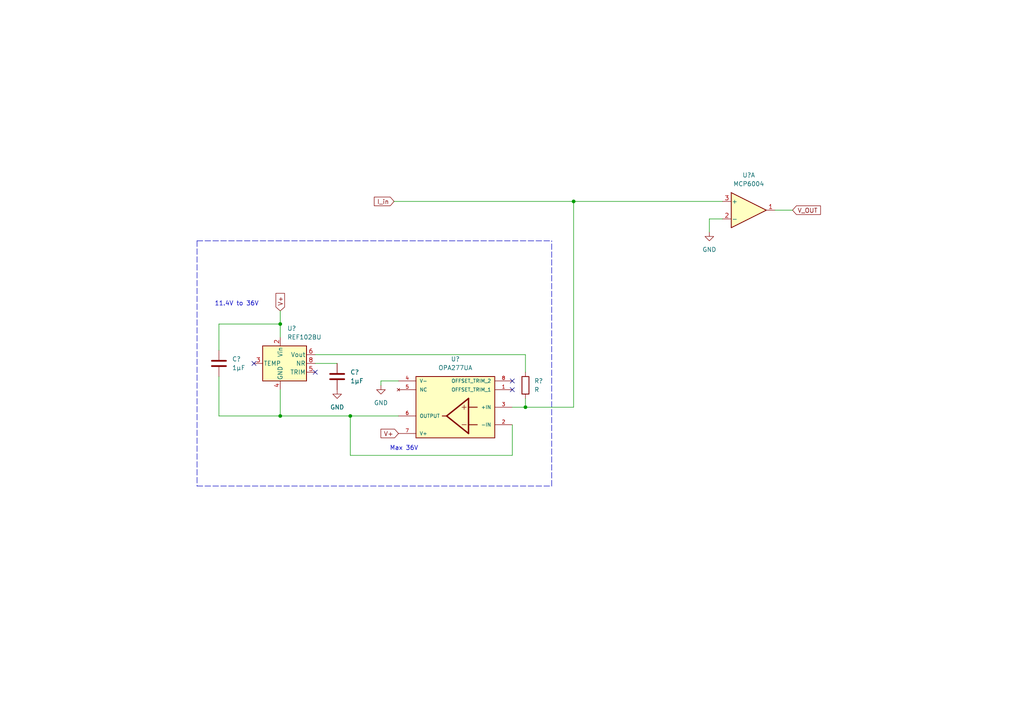
<source format=kicad_sch>
(kicad_sch (version 20211123) (generator eeschema)
  (paper "A4")
  (lib_symbols
    (symbol "Amplifier_Operational:MCP6004" (pin_names (offset 0.127))
      (property "Reference" "U" (at 0 5.08 0))
      (property "Value" "MCP6004" (at 0 -5.08 0))
      (symbol "MCP6004_1_1"
        (polyline (pts (xy -5.08 5.08) (xy 5.08 0) (xy -5.08 -5.08) (xy -5.08 5.08)) (stroke (width 0.254)) (fill (type background)))
        (pin output line (at 7.62 0 180) (length 2.54) (name "~") (number "1"))
        (pin input line (at -7.62 -2.54 0) (length 2.54) (name "-") (number "2"))
        (pin input line (at -7.62 2.54 0) (length 2.54) (name "+") (number "3"))
      )
      (symbol "MCP6004_2_1"
        (polyline (pts (xy -5.08 5.08) (xy 5.08 0) (xy -5.08 -5.08) (xy -5.08 5.08)) (stroke (width 0.254)) (fill (type background)))
        (pin input line (at -7.62 2.54 0) (length 2.54) (name "+") (number "5"))
        (pin input line (at -7.62 -2.54 0) (length 2.54) (name "-") (number "6"))
        (pin output line (at 7.62 0 180) (length 2.54) (name "~") (number "7"))
      )
      (symbol "MCP6004_3_1"
        (polyline (pts (xy -5.08 5.08) (xy 5.08 0) (xy -5.08 -5.08) (xy -5.08 5.08)) (stroke (width 0.254)) (fill (type background)))
        (pin input line (at -7.62 2.54 0) (length 2.54) (name "+") (number "10"))
        (pin output line (at 7.62 0 180) (length 2.54) (name "~") (number "8"))
        (pin input line (at -7.62 -2.54 0) (length 2.54) (name "-") (number "9"))
      )
      (symbol "MCP6004_4_1"
        (polyline (pts (xy -5.08 5.08) (xy 5.08 0) (xy -5.08 -5.08) (xy -5.08 5.08)) (stroke (width 0.254)) (fill (type background)))
        (pin input line (at -7.62 2.54 0) (length 2.54) (name "+") (number "12"))
        (pin input line (at -7.62 -2.54 0) (length 2.54) (name "-") (number "13"))
        (pin output line (at 7.62 0 180) (length 2.54) (name "~") (number "14"))
      )
      (symbol "MCP6004_5_1"
        (pin power_in line (at -2.54 -7.62 90) (length 3.81) (name "V-") (number "11"))
        (pin power_in line (at -2.54 7.62 270) (length 3.81) (name "V+") (number "4"))
      )
    )
    (symbol "Device:C" (pin_numbers hide) (pin_names (offset 0.254))
      (property "Reference" "C" (at 0.635 2.54 0))
      (property "Value" "C" (at 0.635 -2.54 0))
      (symbol "C_0_1"
        (polyline (pts (xy -2.032 -0.762) (xy 2.032 -0.762)) (stroke (width 0.508)))
        (polyline (pts (xy -2.032 0.762) (xy 2.032 0.762)) (stroke (width 0.508)))
      )
      (symbol "C_1_1"
        (pin passive line (at 0 3.81 270) (length 2.794) (name "~") (number "1"))
        (pin passive line (at 0 -3.81 90) (length 2.794) (name "~") (number "2"))
      )
    )
    (symbol "Device:R" (pin_numbers hide) (pin_names (offset 0))
      (property "Reference" "R" (at 2.032 0 90))
      (property "Value" "R" (at 0 0 90))
      (symbol "R_0_1"
        (rectangle (start -1.016 -2.54) (end 1.016 2.54) (stroke (width 0.254)))
      )
      (symbol "R_1_1"
        (pin passive line (at 0 3.81 270) (length 1.27) (name "~") (number "1"))
        (pin passive line (at 0 -3.81 90) (length 1.27) (name "~") (number "2"))
      )
    )
    (symbol "OPAx277:OPA277UA" (pin_names (offset 1.016))
      (property "Reference" "U" (at -10.16 13.97 0))
      (property "Value" "OPA277UA" (at -10.16 -6.35 0))
      (symbol "OPA277UA_0_0"
        (rectangle (start -10.16 13.97) (end 12.7 -3.81) (stroke (width 0.254)) (fill (type background)))
        (polyline (pts (xy -5.08 5.08) (xy -2.54 5.08)) (stroke (width 0.254)))
        (polyline (pts (xy -5.08 10.16) (xy -2.54 10.16)) (stroke (width 0.254)))
        (polyline (pts (xy -2.54 2.54) (xy 3.81 7.62)) (stroke (width 0.4064)))
        (polyline (pts (xy -2.54 5.08) (xy -2.54 2.54)) (stroke (width 0.4064)))
        (polyline (pts (xy -2.54 10.16) (xy -2.54 5.08)) (stroke (width 0.4064)))
        (polyline (pts (xy -2.54 12.7) (xy -2.54 10.16)) (stroke (width 0.4064)))
        (polyline (pts (xy -1.905 5.08) (xy -0.635 5.08)) (stroke (width 0.1524)))
        (polyline (pts (xy -1.905 10.16) (xy -0.635 10.16)) (stroke (width 0.1524)))
        (polyline (pts (xy -1.27 5.715) (xy -1.27 4.445)) (stroke (width 0.1524)))
        (polyline (pts (xy 3.81 7.62) (xy -2.54 12.7)) (stroke (width 0.4064)))
        (polyline (pts (xy 3.81 7.62) (xy 5.08 7.62)) (stroke (width 0.254)))
        (pin input line (at -15.24 0 0) (length 5.08) (name "OFFSET_TRIM_1") (number "1"))
        (pin input line (at -15.24 10.16 0) (length 5.08) (name "-IN") (number "2"))
        (pin input line (at -15.24 5.08 0) (length 5.08) (name "+IN") (number "3"))
        (pin power_in line (at 17.78 -2.54 180) (length 5.08) (name "V-") (number "4"))
        (pin no_connect line (at 17.78 0 180) (length 5.08) (name "NC") (number "5"))
        (pin output line (at 17.78 7.62 180) (length 5.08) (name "OUTPUT") (number "6"))
        (pin power_in line (at 17.78 12.7 180) (length 5.08) (name "V+") (number "7"))
        (pin input line (at -15.24 -2.54 0) (length 5.08) (name "OFFSET_TRIM_2") (number "8"))
      )
    )
    (symbol "Reference_Voltage:REF102BU" (pin_names (offset 0.254))
      (property "Reference" "U" (at 0 8.255 0))
      (property "Value" "REF102BU" (at 3.175 6.35 0))
      (symbol "REF102BU_0_1"
        (rectangle (start -7.62 5.08) (end 5.08 -5.08) (stroke (width 0.254)) (fill (type background)))
      )
      (symbol "REF102BU_1_1"
        (pin no_connect line (at -5.08 -5.08 90) (length 2.54) hide (name "NC") (number "1"))
        (pin power_in line (at -2.54 7.62 270) (length 2.54) (name "Vin") (number "2"))
        (pin passive line (at -10.16 0 0) (length 2.54) (name "TEMP") (number "3"))
        (pin power_in line (at -2.54 -7.62 90) (length 2.54) (name "GND") (number "4"))
        (pin passive line (at 7.62 -2.54 180) (length 2.54) (name "TRIM") (number "5"))
        (pin power_out line (at 7.62 2.54 180) (length 2.54) (name "Vout") (number "6"))
        (pin no_connect line (at 0 -5.08 90) (length 2.54) hide (name "NC") (number "7"))
        (pin passive line (at 7.62 0 180) (length 2.54) (name "NR") (number "8"))
      )
    )
    (symbol "power:GND" (power) (pin_names (offset 0))
      (property "Value" "GND" (at 0 -3.81 0))
      (symbol "GND_0_1"
        (polyline (pts (xy 0 0) (xy 0 -1.27) (xy 1.27 -1.27) (xy 0 -2.54) (xy -1.27 -1.27) (xy 0 -1.27)))
      )
      (symbol "GND_1_1"
        (pin power_in line (at 0 0 270) (length 0) hide (name "GND") (number "1"))
      )
    )
  )
  (junction (at 152.4 118.11))
  (junction (at 81.28 120.65))
  (junction (at 166.37 58.42))
  (junction (at 81.28 93.98))
  (junction (at 101.6 120.65))
  (no_connect (at 73.66 105.41))
  (no_connect (at 148.59 110.49))
  (no_connect (at 148.59 113.03))
  (no_connect (at 91.44 107.95))
  (wire (pts (xy 114.3 58.42) (xy 166.37 58.42)))
  (wire (pts (xy 81.28 90.17) (xy 81.28 93.98)))
  (wire (pts (xy 81.28 120.65) (xy 101.6 120.65)))
  (wire (pts (xy 209.55 63.5) (xy 205.74 63.5)))
  (polyline (pts (xy 160.02 140.97) (xy 160.02 69.85)))
  (wire (pts (xy 91.44 105.41) (xy 97.79 105.41)))
  (wire (pts (xy 81.28 93.98) (xy 81.28 97.79)))
  (wire (pts (xy 205.74 63.5) (xy 205.74 67.31)))
  (polyline (pts (xy 57.15 69.85) (xy 57.15 140.97)))
  (wire (pts (xy 152.4 115.57) (xy 152.4 118.11)))
  (wire (pts (xy 152.4 118.11) (xy 148.59 118.11)))
  (wire (pts (xy 101.6 132.08) (xy 101.6 120.65)))
  (wire (pts (xy 110.49 110.49) (xy 110.49 111.76)))
  (wire (pts (xy 166.37 118.11) (xy 166.37 58.42)))
  (wire (pts (xy 91.44 102.87) (xy 152.4 102.87)))
  (wire (pts (xy 148.59 123.19) (xy 148.59 132.08)))
  (wire (pts (xy 224.79 60.96) (xy 229.87 60.96)))
  (polyline (pts (xy 57.15 140.97) (xy 160.02 140.97)))
  (wire (pts (xy 152.4 102.87) (xy 152.4 107.95)))
  (wire (pts (xy 166.37 58.42) (xy 209.55 58.42)))
  (wire (pts (xy 81.28 120.65) (xy 63.5 120.65)))
  (wire (pts (xy 101.6 120.65) (xy 115.57 120.65)))
  (wire (pts (xy 63.5 93.98) (xy 81.28 93.98)))
  (wire (pts (xy 63.5 120.65) (xy 63.5 109.22)))
  (wire (pts (xy 148.59 132.08) (xy 101.6 132.08)))
  (wire (pts (xy 63.5 101.6) (xy 63.5 93.98)))
  (wire (pts (xy 115.57 110.49) (xy 110.49 110.49)))
  (polyline (pts (xy 57.15 69.85) (xy 160.02 69.85)))
  (wire (pts (xy 81.28 113.03) (xy 81.28 120.65)))
  (wire (pts (xy 152.4 118.11) (xy 166.37 118.11)))
  (text "11.4V to 36V" (at 62.23 88.9 0) (effects (font (size 1.27 1.27)) (justify left bottom)))
  (text "Max 36V" (at 113.03 130.81 0) (effects (font (size 1.27 1.27)) (justify left bottom)))
  (global_label "I_in" (shape input) (at 114.3 58.42 180) (property "Intersheet References" "${INTERSHEET_REFS}" (effects hide)))
  (global_label "V+" (shape input) (at 115.57 125.73 180) (property "Intersheet References" "${INTERSHEET_REFS}" (effects hide)))
  (global_label "V+" (shape input) (at 81.28 90.17 90) (property "Intersheet References" "${INTERSHEET_REFS}" (effects hide)))
  (global_label "V_OUT" (shape input) (at 229.87 60.96 0) (property "Intersheet References" "${INTERSHEET_REFS}" (effects hide)))
  (symbol (lib_id "power:GND") (at 110.49 111.76 0) (unit 1)
    (property "Reference" "#PWR?" (effects hide))
    (property "Value" "GND" (at 110.49 116.84 0))
  )
  (symbol (lib_id "Device:R") (at 152.4 111.76 0) (unit 1)
    (property "Reference" "R?" (at 154.94 110.4899 0) (effects (justify left)))
    (property "Value" "R" (at 154.94 113.0299 0) (effects (justify left)))
    (property "Footprint" "Resistor_SMD:R_0603_1608Metric" (effects hide))
  )
  (symbol (lib_id "Device:C") (at 63.5 105.41 0) (unit 1)
    (property "Reference" "C?" (at 67.31 104.1399 0) (effects (justify left)))
    (property "Value" "1µF" (at 67.31 106.6799 0) (effects (justify left)))
    (property "Footprint" "Capacitor_SMD:C_0603_1608Metric" (effects hide))
  )
  (symbol (lib_id "Amplifier_Operational:MCP6004") (at 217.17 60.96 0) (unit 1)
    (property "Reference" "U?" (at 217.17 50.8 0))
    (property "Value" "MCP6004" (at 217.17 53.34 0))
    (property "Datasheet" "http://ww1.microchip.com/downloads/en/DeviceDoc/21733j.pdf" (effects hide))
  )
  (symbol (lib_id "OPAx277:OPA277UA") (at 133.35 113.03 180) (unit 1)
    (property "Reference" "U?" (at 132.08 104.14 0))
    (property "Value" "OPA277UA" (at 132.08 106.68 0))
    (property "Footprint" "Package_SO:SOIC-8_3.9x4.9mm_P1.27mm" (effects hide))
    (property "PARTREV" "02/2019" (effects hide))
    (property "MAXIMUM_PACKAGE_HEIGHT" "1.75 mm" (effects hide))
    (property "STANDARD" "IPC 7351B" (effects hide))
    (property "MANUFACTURER" "Texas Instruments" (effects hide))
  )
  (symbol (lib_id "power:GND") (at 205.74 67.31 0) (unit 1)
    (property "Reference" "#PWR?" (effects hide))
    (property "Value" "GND" (at 205.74 72.39 0))
  )
  (symbol (lib_id "Device:C") (at 97.79 109.22 0) (unit 1)
    (property "Reference" "C?" (at 101.6 107.9499 0) (effects (justify left)))
    (property "Value" "1µF" (at 101.6 110.4899 0) (effects (justify left)))
    (property "Footprint" "Capacitor_SMD:C_0603_1608Metric" (effects hide))
  )
  (symbol (lib_id "Reference_Voltage:REF102BU") (at 83.82 105.41 0) (unit 1)
    (property "Reference" "U?" (at 83.2994 95.25 0) (effects (justify left)))
    (property "Value" "REF102BU" (at 83.2994 97.79 0) (effects (justify left)))
    (property "Footprint" "Package_SO:SOIC-8_3.9x4.9mm_P1.27mm" (effects hide))
    (property "Datasheet" "http://www.ti.com/lit/ds/symlink/ref02.pdf" (effects hide))
  )
  (symbol (lib_id "power:GND") (at 97.79 113.03 0) (unit 1)
    (property "Reference" "#PWR?" (effects hide))
    (property "Value" "GND" (at 97.79 118.11 0))
  )
)
</source>
